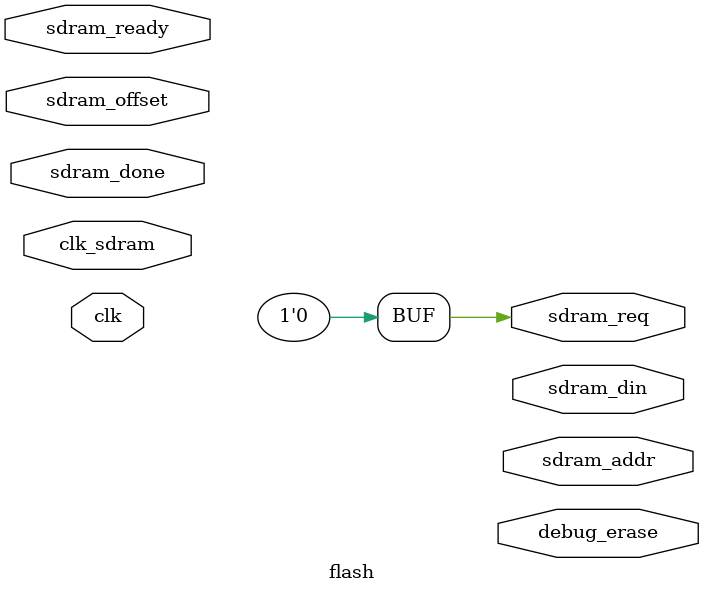
<source format=sv>
module flash (
	input                 clk,
	input                 clk_sdram,
	flash_bus_if.flash_mp flash_bus,
	input                 sdram_ready,
	input                 sdram_done,
	output   logic [26:0] sdram_addr,
	output   logic  [7:0] sdram_din,
	output   logic        sdram_req,
	input          [26:0] sdram_offset,
	output                debug_erase
);

assign sdram_req = 1'b0;

endmodule

</source>
